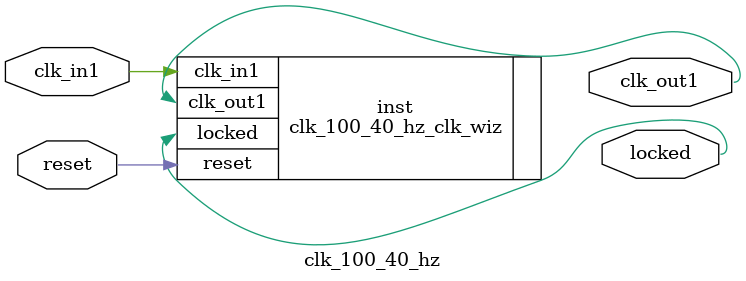
<source format=v>


`timescale 1ps/1ps

(* CORE_GENERATION_INFO = "clk_100_40_hz,clk_wiz_v6_0_11_0_0,{component_name=clk_100_40_hz,use_phase_alignment=true,use_min_o_jitter=false,use_max_i_jitter=false,use_dyn_phase_shift=false,use_inclk_switchover=false,use_dyn_reconfig=false,enable_axi=0,feedback_source=FDBK_AUTO,PRIMITIVE=MMCM,num_out_clk=1,clkin1_period=10.000,clkin2_period=10.000,use_power_down=false,use_reset=true,use_locked=true,use_inclk_stopped=false,feedback_type=SINGLE,CLOCK_MGR_TYPE=NA,manual_override=false}" *)

module clk_100_40_hz 
 (
  // Clock out ports
  output        clk_out1,
  // Status and control signals
  input         reset,
  output        locked,
 // Clock in ports
  input         clk_in1
 );

  clk_100_40_hz_clk_wiz inst
  (
  // Clock out ports  
  .clk_out1(clk_out1),
  // Status and control signals               
  .reset(reset), 
  .locked(locked),
 // Clock in ports
  .clk_in1(clk_in1)
  );

endmodule

</source>
